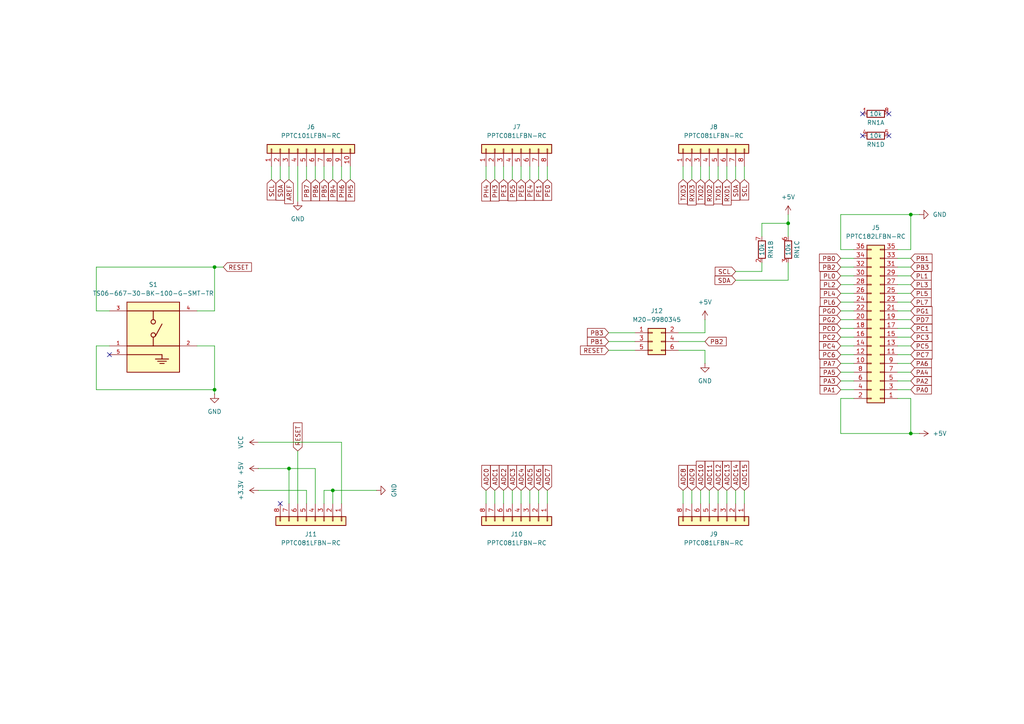
<source format=kicad_sch>
(kicad_sch (version 20231120) (generator "eeschema") (generator_version "8.0")
  (paper "A4")
  (title_block (title "Arduino Mega 2560 Headers") (date "2024-05-31") (rev "1") (company "Carlos Sabogal"))
  (lib_symbols
    (symbol "Arduino Mega 2560:TS06-667-30-BK-100-G-SMT-TR" (pin_names (offset 1.016))
      (property "Reference" "S" (at 0 21.082 0))
      (property "Value" "TS06-667-30-BK-100-G-SMT-TR" (at 0 -0.762 0))
      (symbol "TS06-667-30-BK-100-G-SMT-TR_0_0"
        (polyline (pts (xy 0 5.08) (xy 10.16 5.08)) (stroke (width 0.254)))
        (polyline (pts (xy 7.62 7.62) (xy 0 7.62)) (stroke (width 0.254)))
        (polyline (pts (xy 7.62 7.62) (xy 15.24 7.62)) (stroke (width 0.254)))
        (polyline (pts (xy 7.62 10.16) (xy 7.62 7.62)) (stroke (width 0.254)))
        (polyline (pts (xy 7.62 17.78) (xy 0 17.78)) (stroke (width 0.254)))
        (polyline (pts (xy 7.62 17.78) (xy 7.62 15.24)) (stroke (width 0.254)))
        (polyline (pts (xy 7.62 17.78) (xy 15.24 17.78)) (stroke (width 0.254)))
        (polyline (pts (xy 8.255 3.81) (xy 10.16 3.81)) (stroke (width 0.254)))
        (polyline (pts (xy 8.255 10.4775) (xy 10.16 13.97)) (stroke (width 0.254)))
        (polyline (pts (xy 8.89 3.175) (xy 11.43 3.175)) (stroke (width 0.254)))
        (polyline (pts (xy 9.525 2.54) (xy 10.795 2.54)) (stroke (width 0.254)))
        (polyline (pts (xy 10.16 3.81) (xy 12.065 3.81)) (stroke (width 0.254)))
        (polyline (pts (xy 10.16 5.08) (xy 10.16 3.81)) (stroke (width 0.254)))
        (rectangle (start 0 20.32) (end 15.24 0) (stroke (width 0.254)) (fill (type background)))
        (circle (center 7.62 10.795) (radius 0.635) (stroke (width 0.254)))
        (circle (center 7.62 14.605) (radius 0.635) (stroke (width 0.254)))
        (pin passive line (at -5.08 7.62 0) (length 5.08) (name "~") (number "1"))
        (pin passive line (at 20.32 7.62 180) (length 5.08) (name "~") (number "2"))
        (pin passive line (at -5.08 17.78 0) (length 5.08) (name "~") (number "3"))
        (pin passive line (at 20.32 17.78 180) (length 5.08) (name "~") (number "4"))
        (pin passive line (at -5.08 5.08 0) (length 5.08) (name "~") (number "5"))
      )
    )
    (symbol "Connector_Generic:Conn_01x08" (pin_names (offset 1.016) hide)
      (property "Reference" "J" (at 0 10.16 0))
      (property "Value" "Conn_01x08" (at 0 -12.7 0))
      (symbol "Conn_01x08_1_1"
        (rectangle (start -1.27 -10.033) (end 0 -10.287) (stroke (width 0.1524)))
        (rectangle (start -1.27 -7.493) (end 0 -7.747) (stroke (width 0.1524)))
        (rectangle (start -1.27 -4.953) (end 0 -5.207) (stroke (width 0.1524)))
        (rectangle (start -1.27 -2.413) (end 0 -2.667) (stroke (width 0.1524)))
        (rectangle (start -1.27 0.127) (end 0 -0.127) (stroke (width 0.1524)))
        (rectangle (start -1.27 2.667) (end 0 2.413) (stroke (width 0.1524)))
        (rectangle (start -1.27 5.207) (end 0 4.953) (stroke (width 0.1524)))
        (rectangle (start -1.27 7.747) (end 0 7.493) (stroke (width 0.1524)))
        (rectangle (start -1.27 8.89) (end 1.27 -11.43) (stroke (width 0.254)) (fill (type background)))
        (pin passive line (at -5.08 7.62 0) (length 3.81) (name "Pin_1") (number "1"))
        (pin passive line (at -5.08 5.08 0) (length 3.81) (name "Pin_2") (number "2"))
        (pin passive line (at -5.08 2.54 0) (length 3.81) (name "Pin_3") (number "3"))
        (pin passive line (at -5.08 0 0) (length 3.81) (name "Pin_4") (number "4"))
        (pin passive line (at -5.08 -2.54 0) (length 3.81) (name "Pin_5") (number "5"))
        (pin passive line (at -5.08 -5.08 0) (length 3.81) (name "Pin_6") (number "6"))
        (pin passive line (at -5.08 -7.62 0) (length 3.81) (name "Pin_7") (number "7"))
        (pin passive line (at -5.08 -10.16 0) (length 3.81) (name "Pin_8") (number "8"))
      )
    )
    (symbol "Connector_Generic:Conn_01x10" (pin_names (offset 1.016) hide)
      (property "Reference" "J" (at 0 12.7 0))
      (property "Value" "Conn_01x10" (at 0 -15.24 0))
      (symbol "Conn_01x10_1_1"
        (rectangle (start -1.27 -12.573) (end 0 -12.827) (stroke (width 0.1524)))
        (rectangle (start -1.27 -10.033) (end 0 -10.287) (stroke (width 0.1524)))
        (rectangle (start -1.27 -7.493) (end 0 -7.747) (stroke (width 0.1524)))
        (rectangle (start -1.27 -4.953) (end 0 -5.207) (stroke (width 0.1524)))
        (rectangle (start -1.27 -2.413) (end 0 -2.667) (stroke (width 0.1524)))
        (rectangle (start -1.27 0.127) (end 0 -0.127) (stroke (width 0.1524)))
        (rectangle (start -1.27 2.667) (end 0 2.413) (stroke (width 0.1524)))
        (rectangle (start -1.27 5.207) (end 0 4.953) (stroke (width 0.1524)))
        (rectangle (start -1.27 7.747) (end 0 7.493) (stroke (width 0.1524)))
        (rectangle (start -1.27 10.287) (end 0 10.033) (stroke (width 0.1524)))
        (rectangle (start -1.27 11.43) (end 1.27 -13.97) (stroke (width 0.254)) (fill (type background)))
        (pin passive line (at -5.08 10.16 0) (length 3.81) (name "Pin_1") (number "1"))
        (pin passive line (at -5.08 -12.7 0) (length 3.81) (name "Pin_10") (number "10"))
        (pin passive line (at -5.08 7.62 0) (length 3.81) (name "Pin_2") (number "2"))
        (pin passive line (at -5.08 5.08 0) (length 3.81) (name "Pin_3") (number "3"))
        (pin passive line (at -5.08 2.54 0) (length 3.81) (name "Pin_4") (number "4"))
        (pin passive line (at -5.08 0 0) (length 3.81) (name "Pin_5") (number "5"))
        (pin passive line (at -5.08 -2.54 0) (length 3.81) (name "Pin_6") (number "6"))
        (pin passive line (at -5.08 -5.08 0) (length 3.81) (name "Pin_7") (number "7"))
        (pin passive line (at -5.08 -7.62 0) (length 3.81) (name "Pin_8") (number "8"))
        (pin passive line (at -5.08 -10.16 0) (length 3.81) (name "Pin_9") (number "9"))
      )
    )
    (symbol "Connector_Generic:Conn_02x03_Odd_Even" (pin_names (offset 1.016) hide)
      (property "Reference" "J" (at 1.27 5.08 0))
      (property "Value" "Conn_02x03_Odd_Even" (at 1.27 -5.08 0))
      (symbol "Conn_02x03_Odd_Even_1_1"
        (rectangle (start -1.27 -2.413) (end 0 -2.667) (stroke (width 0.1524)))
        (rectangle (start -1.27 0.127) (end 0 -0.127) (stroke (width 0.1524)))
        (rectangle (start -1.27 2.667) (end 0 2.413) (stroke (width 0.1524)))
        (rectangle (start -1.27 3.81) (end 3.81 -3.81) (stroke (width 0.254)) (fill (type background)))
        (rectangle (start 3.81 -2.413) (end 2.54 -2.667) (stroke (width 0.1524)))
        (rectangle (start 3.81 0.127) (end 2.54 -0.127) (stroke (width 0.1524)))
        (rectangle (start 3.81 2.667) (end 2.54 2.413) (stroke (width 0.1524)))
        (pin passive line (at -5.08 2.54 0) (length 3.81) (name "Pin_1") (number "1"))
        (pin passive line (at 7.62 2.54 180) (length 3.81) (name "Pin_2") (number "2"))
        (pin passive line (at -5.08 0 0) (length 3.81) (name "Pin_3") (number "3"))
        (pin passive line (at 7.62 0 180) (length 3.81) (name "Pin_4") (number "4"))
        (pin passive line (at -5.08 -2.54 0) (length 3.81) (name "Pin_5") (number "5"))
        (pin passive line (at 7.62 -2.54 180) (length 3.81) (name "Pin_6") (number "6"))
      )
    )
    (symbol "Connector_Generic:Conn_02x18_Odd_Even" (pin_names (offset 1.016) hide)
      (property "Reference" "J" (at 1.27 22.86 0))
      (property "Value" "Conn_02x18_Odd_Even" (at 1.27 -25.4 0))
      (symbol "Conn_02x18_Odd_Even_1_1"
        (rectangle (start -1.27 -22.733) (end 0 -22.987) (stroke (width 0.1524)))
        (rectangle (start -1.27 -20.193) (end 0 -20.447) (stroke (width 0.1524)))
        (rectangle (start -1.27 -17.653) (end 0 -17.907) (stroke (width 0.1524)))
        (rectangle (start -1.27 -15.113) (end 0 -15.367) (stroke (width 0.1524)))
        (rectangle (start -1.27 -12.573) (end 0 -12.827) (stroke (width 0.1524)))
        (rectangle (start -1.27 -10.033) (end 0 -10.287) (stroke (width 0.1524)))
        (rectangle (start -1.27 -7.493) (end 0 -7.747) (stroke (width 0.1524)))
        (rectangle (start -1.27 -4.953) (end 0 -5.207) (stroke (width 0.1524)))
        (rectangle (start -1.27 -2.413) (end 0 -2.667) (stroke (width 0.1524)))
        (rectangle (start -1.27 0.127) (end 0 -0.127) (stroke (width 0.1524)))
        (rectangle (start -1.27 2.667) (end 0 2.413) (stroke (width 0.1524)))
        (rectangle (start -1.27 5.207) (end 0 4.953) (stroke (width 0.1524)))
        (rectangle (start -1.27 7.747) (end 0 7.493) (stroke (width 0.1524)))
        (rectangle (start -1.27 10.287) (end 0 10.033) (stroke (width 0.1524)))
        (rectangle (start -1.27 12.827) (end 0 12.573) (stroke (width 0.1524)))
        (rectangle (start -1.27 15.367) (end 0 15.113) (stroke (width 0.1524)))
        (rectangle (start -1.27 17.907) (end 0 17.653) (stroke (width 0.1524)))
        (rectangle (start -1.27 20.447) (end 0 20.193) (stroke (width 0.1524)))
        (rectangle (start -1.27 21.59) (end 3.81 -24.13) (stroke (width 0.254)) (fill (type background)))
        (rectangle (start 3.81 -22.733) (end 2.54 -22.987) (stroke (width 0.1524)))
        (rectangle (start 3.81 -20.193) (end 2.54 -20.447) (stroke (width 0.1524)))
        (rectangle (start 3.81 -17.653) (end 2.54 -17.907) (stroke (width 0.1524)))
        (rectangle (start 3.81 -15.113) (end 2.54 -15.367) (stroke (width 0.1524)))
        (rectangle (start 3.81 -12.573) (end 2.54 -12.827) (stroke (width 0.1524)))
        (rectangle (start 3.81 -10.033) (end 2.54 -10.287) (stroke (width 0.1524)))
        (rectangle (start 3.81 -7.493) (end 2.54 -7.747) (stroke (width 0.1524)))
        (rectangle (start 3.81 -4.953) (end 2.54 -5.207) (stroke (width 0.1524)))
        (rectangle (start 3.81 -2.413) (end 2.54 -2.667) (stroke (width 0.1524)))
        (rectangle (start 3.81 0.127) (end 2.54 -0.127) (stroke (width 0.1524)))
        (rectangle (start 3.81 2.667) (end 2.54 2.413) (stroke (width 0.1524)))
        (rectangle (start 3.81 5.207) (end 2.54 4.953) (stroke (width 0.1524)))
        (rectangle (start 3.81 7.747) (end 2.54 7.493) (stroke (width 0.1524)))
        (rectangle (start 3.81 10.287) (end 2.54 10.033) (stroke (width 0.1524)))
        (rectangle (start 3.81 12.827) (end 2.54 12.573) (stroke (width 0.1524)))
        (rectangle (start 3.81 15.367) (end 2.54 15.113) (stroke (width 0.1524)))
        (rectangle (start 3.81 17.907) (end 2.54 17.653) (stroke (width 0.1524)))
        (rectangle (start 3.81 20.447) (end 2.54 20.193) (stroke (width 0.1524)))
        (pin passive line (at -5.08 20.32 0) (length 3.81) (name "Pin_1") (number "1"))
        (pin passive line (at 7.62 10.16 180) (length 3.81) (name "Pin_10") (number "10"))
        (pin passive line (at -5.08 7.62 0) (length 3.81) (name "Pin_11") (number "11"))
        (pin passive line (at 7.62 7.62 180) (length 3.81) (name "Pin_12") (number "12"))
        (pin passive line (at -5.08 5.08 0) (length 3.81) (name "Pin_13") (number "13"))
        (pin passive line (at 7.62 5.08 180) (length 3.81) (name "Pin_14") (number "14"))
        (pin passive line (at -5.08 2.54 0) (length 3.81) (name "Pin_15") (number "15"))
        (pin passive line (at 7.62 2.54 180) (length 3.81) (name "Pin_16") (number "16"))
        (pin passive line (at -5.08 0 0) (length 3.81) (name "Pin_17") (number "17"))
        (pin passive line (at 7.62 0 180) (length 3.81) (name "Pin_18") (number "18"))
        (pin passive line (at -5.08 -2.54 0) (length 3.81) (name "Pin_19") (number "19"))
        (pin passive line (at 7.62 20.32 180) (length 3.81) (name "Pin_2") (number "2"))
        (pin passive line (at 7.62 -2.54 180) (length 3.81) (name "Pin_20") (number "20"))
        (pin passive line (at -5.08 -5.08 0) (length 3.81) (name "Pin_21") (number "21"))
        (pin passive line (at 7.62 -5.08 180) (length 3.81) (name "Pin_22") (number "22"))
        (pin passive line (at -5.08 -7.62 0) (length 3.81) (name "Pin_23") (number "23"))
        (pin passive line (at 7.62 -7.62 180) (length 3.81) (name "Pin_24") (number "24"))
        (pin passive line (at -5.08 -10.16 0) (length 3.81) (name "Pin_25") (number "25"))
        (pin passive line (at 7.62 -10.16 180) (length 3.81) (name "Pin_26") (number "26"))
        (pin passive line (at -5.08 -12.7 0) (length 3.81) (name "Pin_27") (number "27"))
        (pin passive line (at 7.62 -12.7 180) (length 3.81) (name "Pin_28") (number "28"))
        (pin passive line (at -5.08 -15.24 0) (length 3.81) (name "Pin_29") (number "29"))
        (pin passive line (at -5.08 17.78 0) (length 3.81) (name "Pin_3") (number "3"))
        (pin passive line (at 7.62 -15.24 180) (length 3.81) (name "Pin_30") (number "30"))
        (pin passive line (at -5.08 -17.78 0) (length 3.81) (name "Pin_31") (number "31"))
        (pin passive line (at 7.62 -17.78 180) (length 3.81) (name "Pin_32") (number "32"))
        (pin passive line (at -5.08 -20.32 0) (length 3.81) (name "Pin_33") (number "33"))
        (pin passive line (at 7.62 -20.32 180) (length 3.81) (name "Pin_34") (number "34"))
        (pin passive line (at -5.08 -22.86 0) (length 3.81) (name "Pin_35") (number "35"))
        (pin passive line (at 7.62 -22.86 180) (length 3.81) (name "Pin_36") (number "36"))
        (pin passive line (at 7.62 17.78 180) (length 3.81) (name "Pin_4") (number "4"))
        (pin passive line (at -5.08 15.24 0) (length 3.81) (name "Pin_5") (number "5"))
        (pin passive line (at 7.62 15.24 180) (length 3.81) (name "Pin_6") (number "6"))
        (pin passive line (at -5.08 12.7 0) (length 3.81) (name "Pin_7") (number "7"))
        (pin passive line (at 7.62 12.7 180) (length 3.81) (name "Pin_8") (number "8"))
        (pin passive line (at -5.08 10.16 0) (length 3.81) (name "Pin_9") (number "9"))
      )
    )
    (symbol "Device:R_Pack04_Split" (pin_names (offset 0) hide)
      (property "Reference" "RN" (at 2.032 0 90))
      (property "Value" "R_Pack04_Split" (at 0 0 90))
      (symbol "R_Pack04_Split_0_1"
        (rectangle (start 1.016 2.54) (end -1.016 -2.54) (stroke (width 0.254)))
      )
      (symbol "R_Pack04_Split_1_1"
        (pin passive line (at 0 -3.81 90) (length 1.27) (name "R1.1") (number "1"))
        (pin passive line (at 0 3.81 270) (length 1.27) (name "R1.2") (number "8"))
      )
      (symbol "R_Pack04_Split_2_1"
        (pin passive line (at 0 -3.81 90) (length 1.27) (name "R2.1") (number "2"))
        (pin passive line (at 0 3.81 270) (length 1.27) (name "R2.2") (number "7"))
      )
      (symbol "R_Pack04_Split_3_1"
        (pin passive line (at 0 -3.81 90) (length 1.27) (name "R3.1") (number "3"))
        (pin passive line (at 0 3.81 270) (length 1.27) (name "R3.2") (number "6"))
      )
      (symbol "R_Pack04_Split_4_1"
        (pin passive line (at 0 -3.81 90) (length 1.27) (name "R4.1") (number "4"))
        (pin passive line (at 0 3.81 270) (length 1.27) (name "R4.2") (number "5"))
      )
    )
    (symbol "power:+3.3V" (power) (pin_numbers hide) (pin_names (offset 0) hide)
      (property "Value" "+3.3V" (at 0 3.556 0))
      (symbol "+3.3V_0_1"
        (polyline (pts (xy -0.762 1.27) (xy 0 2.54)))
        (polyline (pts (xy 0 0) (xy 0 2.54)))
        (polyline (pts (xy 0 2.54) (xy 0.762 1.27)))
      )
      (symbol "+3.3V_1_1"
        (pin power_in line (at 0 0 90) (length 0) (name "~") (number "1"))
      )
    )
    (symbol "power:+5V" (power) (pin_numbers hide) (pin_names (offset 0) hide)
      (property "Value" "+5V" (at 0 3.556 0))
      (symbol "+5V_0_1"
        (polyline (pts (xy -0.762 1.27) (xy 0 2.54)))
        (polyline (pts (xy 0 0) (xy 0 2.54)))
        (polyline (pts (xy 0 2.54) (xy 0.762 1.27)))
      )
      (symbol "+5V_1_1"
        (pin power_in line (at 0 0 90) (length 0) (name "~") (number "1"))
      )
    )
    (symbol "power:GND" (power) (pin_numbers hide) (pin_names (offset 0) hide)
      (property "Value" "GND" (at 0 -3.81 0))
      (symbol "GND_0_1"
        (polyline (pts (xy 0 0) (xy 0 -1.27) (xy 1.27 -1.27) (xy 0 -2.54) (xy -1.27 -1.27) (xy 0 -1.27)))
      )
      (symbol "GND_1_1"
        (pin power_in line (at 0 0 270) (length 0) (name "~") (number "1"))
      )
    )
    (symbol "power:VCC" (power) (pin_numbers hide) (pin_names (offset 0) hide)
      (property "Value" "VCC" (at 0 3.556 0))
      (symbol "VCC_0_1"
        (polyline (pts (xy -0.762 1.27) (xy 0 2.54)))
        (polyline (pts (xy 0 0) (xy 0 2.54)))
        (polyline (pts (xy 0 2.54) (xy 0.762 1.27)))
      )
      (symbol "VCC_1_1"
        (pin power_in line (at 0 0 90) (length 0) (name "~") (number "1"))
      )
    )
  )
  (junction (at 228.6 64.77))
  (junction (at 83.82 135.89))
  (junction (at 96.52 142.24))
  (junction (at 62.23 113.03))
  (junction (at 264.16 62.23))
  (junction (at 62.23 77.47))
  (junction (at 264.16 125.73))
  (no_connect (at 257.81 39.37))
  (no_connect (at 250.19 33.02))
  (no_connect (at 250.19 39.37))
  (no_connect (at 31.75 102.87))
  (no_connect (at 257.81 33.02))
  (no_connect (at 81.28 146.05))
  (wire (pts (xy 27.94 113.03) (xy 27.94 100.33)))
  (wire (pts (xy 198.12 48.26) (xy 198.12 52.07)))
  (wire (pts (xy 57.15 100.33) (xy 62.23 100.33)))
  (wire (pts (xy 264.16 62.23) (xy 243.84 62.23)))
  (wire (pts (xy 156.21 142.24) (xy 156.21 146.05)))
  (wire (pts (xy 62.23 90.17) (xy 57.15 90.17)))
  (wire (pts (xy 27.94 77.47) (xy 62.23 77.47)))
  (wire (pts (xy 264.16 105.41) (xy 260.35 105.41)))
  (wire (pts (xy 83.82 48.26) (xy 83.82 52.07)))
  (wire (pts (xy 140.97 48.26) (xy 140.97 52.07)))
  (wire (pts (xy 143.51 52.07) (xy 143.51 48.26)))
  (wire (pts (xy 74.93 135.89) (xy 83.82 135.89)))
  (wire (pts (xy 99.06 128.27) (xy 99.06 146.05)))
  (wire (pts (xy 205.74 48.26) (xy 205.74 52.07)))
  (wire (pts (xy 247.65 90.17) (xy 243.84 90.17)))
  (wire (pts (xy 158.75 146.05) (xy 158.75 142.24)))
  (wire (pts (xy 27.94 90.17) (xy 31.75 90.17)))
  (wire (pts (xy 62.23 113.03) (xy 27.94 113.03)))
  (wire (pts (xy 148.59 142.24) (xy 148.59 146.05)))
  (wire (pts (xy 208.28 52.07) (xy 208.28 48.26)))
  (wire (pts (xy 247.65 85.09) (xy 243.84 85.09)))
  (wire (pts (xy 91.44 52.07) (xy 91.44 48.26)))
  (wire (pts (xy 91.44 146.05) (xy 91.44 135.89)))
  (wire (pts (xy 260.35 85.09) (xy 264.16 85.09)))
  (wire (pts (xy 247.65 95.25) (xy 243.84 95.25)))
  (wire (pts (xy 176.53 99.06) (xy 184.15 99.06)))
  (wire (pts (xy 264.16 125.73) (xy 266.7 125.73)))
  (wire (pts (xy 83.82 135.89) (xy 83.82 146.05)))
  (wire (pts (xy 213.36 52.07) (xy 213.36 48.26)))
  (wire (pts (xy 204.47 105.41) (xy 204.47 101.6)))
  (wire (pts (xy 260.35 77.47) (xy 264.16 77.47)))
  (wire (pts (xy 148.59 48.26) (xy 148.59 52.07)))
  (wire (pts (xy 264.16 92.71) (xy 260.35 92.71)))
  (wire (pts (xy 247.65 107.95) (xy 243.84 107.95)))
  (wire (pts (xy 247.65 102.87) (xy 243.84 102.87)))
  (wire (pts (xy 260.35 107.95) (xy 264.16 107.95)))
  (wire (pts (xy 62.23 114.3) (xy 62.23 113.03)))
  (wire (pts (xy 200.66 52.07) (xy 200.66 48.26)))
  (wire (pts (xy 220.98 68.58) (xy 220.98 64.77)))
  (wire (pts (xy 86.36 58.42) (xy 86.36 48.26)))
  (wire (pts (xy 151.13 146.05) (xy 151.13 142.24)))
  (wire (pts (xy 88.9 48.26) (xy 88.9 52.07)))
  (wire (pts (xy 228.6 64.77) (xy 228.6 68.58)))
  (wire (pts (xy 260.35 97.79) (xy 264.16 97.79)))
  (wire (pts (xy 260.35 102.87) (xy 264.16 102.87)))
  (wire (pts (xy 88.9 142.24) (xy 88.9 146.05)))
  (wire (pts (xy 198.12 146.05) (xy 198.12 142.24)))
  (wire (pts (xy 260.35 90.17) (xy 264.16 90.17)))
  (wire (pts (xy 264.16 82.55) (xy 260.35 82.55)))
  (wire (pts (xy 153.67 146.05) (xy 153.67 142.24)))
  (wire (pts (xy 74.93 142.24) (xy 88.9 142.24)))
  (wire (pts (xy 264.16 110.49) (xy 260.35 110.49)))
  (wire (pts (xy 156.21 52.07) (xy 156.21 48.26)))
  (wire (pts (xy 264.16 74.93) (xy 260.35 74.93)))
  (wire (pts (xy 247.65 77.47) (xy 243.84 77.47)))
  (wire (pts (xy 228.6 62.23) (xy 228.6 64.77)))
  (wire (pts (xy 264.16 87.63) (xy 260.35 87.63)))
  (wire (pts (xy 99.06 52.07) (xy 99.06 48.26)))
  (wire (pts (xy 203.2 146.05) (xy 203.2 142.24)))
  (wire (pts (xy 27.94 100.33) (xy 31.75 100.33)))
  (wire (pts (xy 62.23 77.47) (xy 62.23 90.17)))
  (wire (pts (xy 86.36 130.81) (xy 86.36 146.05)))
  (wire (pts (xy 264.16 62.23) (xy 266.7 62.23)))
  (wire (pts (xy 176.53 96.52) (xy 184.15 96.52)))
  (wire (pts (xy 264.16 72.39) (xy 260.35 72.39)))
  (wire (pts (xy 213.36 142.24) (xy 213.36 146.05)))
  (wire (pts (xy 247.65 72.39) (xy 243.84 72.39)))
  (wire (pts (xy 96.52 142.24) (xy 96.52 146.05)))
  (wire (pts (xy 203.2 48.26) (xy 203.2 52.07)))
  (wire (pts (xy 243.84 92.71) (xy 247.65 92.71)))
  (wire (pts (xy 243.84 82.55) (xy 247.65 82.55)))
  (wire (pts (xy 213.36 81.28) (xy 228.6 81.28)))
  (wire (pts (xy 151.13 52.07) (xy 151.13 48.26)))
  (wire (pts (xy 260.35 95.25) (xy 264.16 95.25)))
  (wire (pts (xy 264.16 72.39) (xy 264.16 62.23)))
  (wire (pts (xy 78.74 48.26) (xy 78.74 52.07)))
  (wire (pts (xy 81.28 52.07) (xy 81.28 48.26)))
  (wire (pts (xy 210.82 48.26) (xy 210.82 52.07)))
  (wire (pts (xy 140.97 146.05) (xy 140.97 142.24)))
  (wire (pts (xy 264.16 115.57) (xy 264.16 125.73)))
  (wire (pts (xy 215.9 146.05) (xy 215.9 142.24)))
  (wire (pts (xy 215.9 48.26) (xy 215.9 52.07)))
  (wire (pts (xy 204.47 96.52) (xy 204.47 92.71)))
  (wire (pts (xy 247.65 97.79) (xy 243.84 97.79)))
  (wire (pts (xy 205.74 142.24) (xy 205.74 146.05)))
  (wire (pts (xy 208.28 146.05) (xy 208.28 142.24)))
  (wire (pts (xy 247.65 80.01) (xy 243.84 80.01)))
  (wire (pts (xy 220.98 76.2) (xy 220.98 78.74)))
  (wire (pts (xy 143.51 142.24) (xy 143.51 146.05)))
  (wire (pts (xy 243.84 125.73) (xy 243.84 115.57)))
  (wire (pts (xy 264.16 100.33) (xy 260.35 100.33)))
  (wire (pts (xy 204.47 101.6) (xy 196.85 101.6)))
  (wire (pts (xy 96.52 48.26) (xy 96.52 52.07)))
  (wire (pts (xy 91.44 135.89) (xy 83.82 135.89)))
  (wire (pts (xy 260.35 80.01) (xy 264.16 80.01)))
  (wire (pts (xy 228.6 76.2) (xy 228.6 81.28)))
  (wire (pts (xy 243.84 62.23) (xy 243.84 72.39)))
  (wire (pts (xy 96.52 142.24) (xy 93.98 142.24)))
  (wire (pts (xy 243.84 87.63) (xy 247.65 87.63)))
  (wire (pts (xy 146.05 146.05) (xy 146.05 142.24)))
  (wire (pts (xy 146.05 48.26) (xy 146.05 52.07)))
  (wire (pts (xy 101.6 48.26) (xy 101.6 52.07)))
  (wire (pts (xy 260.35 113.03) (xy 264.16 113.03)))
  (wire (pts (xy 243.84 100.33) (xy 247.65 100.33)))
  (wire (pts (xy 200.66 142.24) (xy 200.66 146.05)))
  (wire (pts (xy 264.16 115.57) (xy 260.35 115.57)))
  (wire (pts (xy 210.82 146.05) (xy 210.82 142.24)))
  (wire (pts (xy 204.47 99.06) (xy 196.85 99.06)))
  (wire (pts (xy 93.98 142.24) (xy 93.98 146.05)))
  (wire (pts (xy 158.75 48.26) (xy 158.75 52.07)))
  (wire (pts (xy 62.23 100.33) (xy 62.23 113.03)))
  (wire (pts (xy 62.23 77.47) (xy 64.77 77.47)))
  (wire (pts (xy 27.94 77.47) (xy 27.94 90.17)))
  (wire (pts (xy 220.98 78.74) (xy 213.36 78.74)))
  (wire (pts (xy 243.84 74.93) (xy 247.65 74.93)))
  (wire (pts (xy 264.16 125.73) (xy 243.84 125.73)))
  (wire (pts (xy 93.98 48.26) (xy 93.98 52.07)))
  (wire (pts (xy 220.98 64.77) (xy 228.6 64.77)))
  (wire (pts (xy 247.65 115.57) (xy 243.84 115.57)))
  (wire (pts (xy 204.47 96.52) (xy 196.85 96.52)))
  (wire (pts (xy 247.65 113.03) (xy 243.84 113.03)))
  (wire (pts (xy 74.93 128.27) (xy 99.06 128.27)))
  (wire (pts (xy 176.53 101.6) (xy 184.15 101.6)))
  (wire (pts (xy 153.67 48.26) (xy 153.67 52.07)))
  (wire (pts (xy 109.22 142.24) (xy 96.52 142.24)))
  (wire (pts (xy 243.84 105.41) (xy 247.65 105.41)))
  (wire (pts (xy 243.84 110.49) (xy 247.65 110.49)))
  (global_label "PB6" (shape input) (at 91.44 52.07 270) (property "Intersheetrefs" "${INTERSHEET_REFS}" (effects (hide yes))))
  (global_label "ADC11" (shape input) (at 205.74 142.24 90) (property "Intersheetrefs" "${INTERSHEET_REFS}" (effects (hide yes))))
  (global_label "PL7" (shape input) (at 264.16 87.63 0) (property "Intersheetrefs" "${INTERSHEET_REFS}" (effects (hide yes))))
  (global_label "PA0" (shape input) (at 264.16 113.03 0) (property "Intersheetrefs" "${INTERSHEET_REFS}" (effects (hide yes))))
  (global_label "ADC0" (shape input) (at 140.97 142.24 90) (property "Intersheetrefs" "${INTERSHEET_REFS}" (effects (hide yes))))
  (global_label "ADC10" (shape input) (at 203.2 142.24 90) (property "Intersheetrefs" "${INTERSHEET_REFS}" (effects (hide yes))))
  (global_label "PA2" (shape input) (at 264.16 110.49 0) (property "Intersheetrefs" "${INTERSHEET_REFS}" (effects (hide yes))))
  (global_label "PC7" (shape input) (at 264.16 102.87 0) (property "Intersheetrefs" "${INTERSHEET_REFS}" (effects (hide yes))))
  (global_label "PB1" (shape input) (at 176.53 99.06 180) (property "Intersheetrefs" "${INTERSHEET_REFS}" (effects (hide yes))))
  (global_label "ADC8" (shape input) (at 198.12 142.24 90) (property "Intersheetrefs" "${INTERSHEET_REFS}" (effects (hide yes))))
  (global_label "RXD3" (shape input) (at 200.66 52.07 270) (property "Intersheetrefs" "${INTERSHEET_REFS}" (effects (hide yes))))
  (global_label "PH4" (shape input) (at 140.97 52.07 270) (property "Intersheetrefs" "${INTERSHEET_REFS}" (effects (hide yes))))
  (global_label "PC5" (shape input) (at 264.16 100.33 0) (property "Intersheetrefs" "${INTERSHEET_REFS}" (effects (hide yes))))
  (global_label "RXD2" (shape input) (at 205.74 52.07 270) (property "Intersheetrefs" "${INTERSHEET_REFS}" (effects (hide yes))))
  (global_label "PL3" (shape input) (at 264.16 82.55 0) (property "Intersheetrefs" "${INTERSHEET_REFS}" (effects (hide yes))))
  (global_label "SDA" (shape input) (at 213.36 52.07 270) (property "Intersheetrefs" "${INTERSHEET_REFS}" (effects (hide yes))))
  (global_label "TXD2" (shape input) (at 203.2 52.07 270) (property "Intersheetrefs" "${INTERSHEET_REFS}" (effects (hide yes))))
  (global_label "ADC14" (shape input) (at 213.36 142.24 90) (property "Intersheetrefs" "${INTERSHEET_REFS}" (effects (hide yes))))
  (global_label "PA3" (shape input) (at 243.84 110.49 180) (property "Intersheetrefs" "${INTERSHEET_REFS}" (effects (hide yes))))
  (global_label "PH5" (shape input) (at 101.6 52.07 270) (property "Intersheetrefs" "${INTERSHEET_REFS}" (effects (hide yes))))
  (global_label "PA4" (shape input) (at 264.16 107.95 0) (property "Intersheetrefs" "${INTERSHEET_REFS}" (effects (hide yes))))
  (global_label "ADC1" (shape input) (at 143.51 142.24 90) (property "Intersheetrefs" "${INTERSHEET_REFS}" (effects (hide yes))))
  (global_label "PL0" (shape input) (at 243.84 80.01 180) (property "Intersheetrefs" "${INTERSHEET_REFS}" (effects (hide yes))))
  (global_label "PG2" (shape input) (at 243.84 92.71 180) (property "Intersheetrefs" "${INTERSHEET_REFS}" (effects (hide yes))))
  (global_label "SCL" (shape input) (at 78.74 52.07 270) (property "Intersheetrefs" "${INTERSHEET_REFS}" (effects (hide yes))))
  (global_label "ADC12" (shape input) (at 208.28 142.24 90) (property "Intersheetrefs" "${INTERSHEET_REFS}" (effects (hide yes))))
  (global_label "ADC7" (shape input) (at 158.75 142.24 90) (property "Intersheetrefs" "${INTERSHEET_REFS}" (effects (hide yes))))
  (global_label "PB0" (shape input) (at 243.84 74.93 180) (property "Intersheetrefs" "${INTERSHEET_REFS}" (effects (hide yes))))
  (global_label "ADC2" (shape input) (at 146.05 142.24 90) (property "Intersheetrefs" "${INTERSHEET_REFS}" (effects (hide yes))))
  (global_label "PA6" (shape input) (at 264.16 105.41 0) (property "Intersheetrefs" "${INTERSHEET_REFS}" (effects (hide yes))))
  (global_label "SDA" (shape input) (at 81.28 52.07 270) (property "Intersheetrefs" "${INTERSHEET_REFS}" (effects (hide yes))))
  (global_label "ADC9" (shape input) (at 200.66 142.24 90) (property "Intersheetrefs" "${INTERSHEET_REFS}" (effects (hide yes))))
  (global_label "PC3" (shape input) (at 264.16 97.79 0) (property "Intersheetrefs" "${INTERSHEET_REFS}" (effects (hide yes))))
  (global_label "PB2" (shape input) (at 204.47 99.06 0) (property "Intersheetrefs" "${INTERSHEET_REFS}" (effects (hide yes))))
  (global_label "TXD1" (shape input) (at 208.28 52.07 270) (property "Intersheetrefs" "${INTERSHEET_REFS}" (effects (hide yes))))
  (global_label "PC6" (shape input) (at 243.84 102.87 180) (property "Intersheetrefs" "${INTERSHEET_REFS}" (effects (hide yes))))
  (global_label "PL2" (shape input) (at 243.84 82.55 180) (property "Intersheetrefs" "${INTERSHEET_REFS}" (effects (hide yes))))
  (global_label "PE3" (shape input) (at 146.05 52.07 270) (property "Intersheetrefs" "${INTERSHEET_REFS}" (effects (hide yes))))
  (global_label "PB5" (shape input) (at 93.98 52.07 270) (property "Intersheetrefs" "${INTERSHEET_REFS}" (effects (hide yes))))
  (global_label "TXD3" (shape input) (at 198.12 52.07 270) (property "Intersheetrefs" "${INTERSHEET_REFS}" (effects (hide yes))))
  (global_label "SCL" (shape input) (at 213.36 78.74 180) (property "Intersheetrefs" "${INTERSHEET_REFS}" (effects (hide yes))))
  (global_label "PB3" (shape input) (at 264.16 77.47 0) (property "Intersheetrefs" "${INTERSHEET_REFS}" (effects (hide yes))))
  (global_label "PA5" (shape input) (at 243.84 107.95 180) (property "Intersheetrefs" "${INTERSHEET_REFS}" (effects (hide yes))))
  (global_label "PH6" (shape input) (at 99.06 52.07 270) (property "Intersheetrefs" "${INTERSHEET_REFS}" (effects (hide yes))))
  (global_label "PC2" (shape input) (at 243.84 97.79 180) (property "Intersheetrefs" "${INTERSHEET_REFS}" (effects (hide yes))))
  (global_label "SDA" (shape input) (at 213.36 81.28 180) (property "Intersheetrefs" "${INTERSHEET_REFS}" (effects (hide yes))))
  (global_label "PL4" (shape input) (at 243.84 85.09 180) (property "Intersheetrefs" "${INTERSHEET_REFS}" (effects (hide yes))))
  (global_label "PL1" (shape input) (at 264.16 80.01 0) (property "Intersheetrefs" "${INTERSHEET_REFS}" (effects (hide yes))))
  (global_label "PC1" (shape input) (at 264.16 95.25 0) (property "Intersheetrefs" "${INTERSHEET_REFS}" (effects (hide yes))))
  (global_label "PE1" (shape input) (at 156.21 52.07 270) (property "Intersheetrefs" "${INTERSHEET_REFS}" (effects (hide yes))))
  (global_label "PG0" (shape input) (at 243.84 90.17 180) (property "Intersheetrefs" "${INTERSHEET_REFS}" (effects (hide yes))))
  (global_label "PL6" (shape input) (at 243.84 87.63 180) (property "Intersheetrefs" "${INTERSHEET_REFS}" (effects (hide yes))))
  (global_label "PB4" (shape input) (at 96.52 52.07 270) (property "Intersheetrefs" "${INTERSHEET_REFS}" (effects (hide yes))))
  (global_label "PA1" (shape input) (at 243.84 113.03 180) (property "Intersheetrefs" "${INTERSHEET_REFS}" (effects (hide yes))))
  (global_label "PC4" (shape input) (at 243.84 100.33 180) (property "Intersheetrefs" "${INTERSHEET_REFS}" (effects (hide yes))))
  (global_label "PG1" (shape input) (at 264.16 90.17 0) (property "Intersheetrefs" "${INTERSHEET_REFS}" (effects (hide yes))))
  (global_label "PH3" (shape input) (at 143.51 52.07 270) (property "Intersheetrefs" "${INTERSHEET_REFS}" (effects (hide yes))))
  (global_label "PB3" (shape input) (at 176.53 96.52 180) (property "Intersheetrefs" "${INTERSHEET_REFS}" (effects (hide yes))))
  (global_label "PG5" (shape input) (at 148.59 52.07 270) (property "Intersheetrefs" "${INTERSHEET_REFS}" (effects (hide yes))))
  (global_label "PL5" (shape input) (at 264.16 85.09 0) (property "Intersheetrefs" "${INTERSHEET_REFS}" (effects (hide yes))))
  (global_label "PB2" (shape input) (at 243.84 77.47 180) (property "Intersheetrefs" "${INTERSHEET_REFS}" (effects (hide yes))))
  (global_label "ADC13" (shape input) (at 210.82 142.24 90) (property "Intersheetrefs" "${INTERSHEET_REFS}" (effects (hide yes))))
  (global_label "PE4" (shape input) (at 153.67 52.07 270) (property "Intersheetrefs" "${INTERSHEET_REFS}" (effects (hide yes))))
  (global_label "ADC3" (shape input) (at 148.59 142.24 90) (property "Intersheetrefs" "${INTERSHEET_REFS}" (effects (hide yes))))
  (global_label "RESET" (shape input) (at 64.77 77.47 0) (property "Intersheetrefs" "${INTERSHEET_REFS}" (effects (hide yes))))
  (global_label "RESET" (shape input) (at 176.53 101.6 180) (property "Intersheetrefs" "${INTERSHEET_REFS}" (effects (hide yes))))
  (global_label "RESET" (shape input) (at 86.36 130.81 90) (property "Intersheetrefs" "${INTERSHEET_REFS}" (effects (hide yes))))
  (global_label "RXD1" (shape input) (at 210.82 52.07 270) (property "Intersheetrefs" "${INTERSHEET_REFS}" (effects (hide yes))))
  (global_label "PE0" (shape input) (at 158.75 52.07 270) (property "Intersheetrefs" "${INTERSHEET_REFS}" (effects (hide yes))))
  (global_label "PD7" (shape input) (at 264.16 92.71 0) (property "Intersheetrefs" "${INTERSHEET_REFS}" (effects (hide yes))))
  (global_label "PB1" (shape input) (at 264.16 74.93 0) (property "Intersheetrefs" "${INTERSHEET_REFS}" (effects (hide yes))))
  (global_label "PA7" (shape input) (at 243.84 105.41 180) (property "Intersheetrefs" "${INTERSHEET_REFS}" (effects (hide yes))))
  (global_label "PE5" (shape input) (at 151.13 52.07 270) (property "Intersheetrefs" "${INTERSHEET_REFS}" (effects (hide yes))))
  (global_label "ADC4" (shape input) (at 151.13 142.24 90) (property "Intersheetrefs" "${INTERSHEET_REFS}" (effects (hide yes))))
  (global_label "ADC15" (shape input) (at 215.9 142.24 90) (property "Intersheetrefs" "${INTERSHEET_REFS}" (effects (hide yes))))
  (global_label "PC0" (shape input) (at 243.84 95.25 180) (property "Intersheetrefs" "${INTERSHEET_REFS}" (effects (hide yes))))
  (global_label "PB7" (shape input) (at 88.9 52.07 270) (property "Intersheetrefs" "${INTERSHEET_REFS}" (effects (hide yes))))
  (global_label "ADC5" (shape input) (at 153.67 142.24 90) (property "Intersheetrefs" "${INTERSHEET_REFS}" (effects (hide yes))))
  (global_label "AREF" (shape input) (at 83.82 52.07 270) (property "Intersheetrefs" "${INTERSHEET_REFS}" (effects (hide yes))))
  (global_label "SCL" (shape input) (at 215.9 52.07 270) (property "Intersheetrefs" "${INTERSHEET_REFS}" (effects (hide yes))))
  (global_label "ADC6" (shape input) (at 156.21 142.24 90) (property "Intersheetrefs" "${INTERSHEET_REFS}" (effects (hide yes))))
  (symbol (lib_id "Device:R_Pack04_Split") (at 228.6 72.39 0) (unit 3)
    (property "Reference" "RN1" (at 231.14 72.39 90))
    (property "Value" "10k" (at 228.6 72.39 90))
    (property "Footprint" "Resistor_SMD:R_Array_Convex_4x0612" (effects (hide yes)))
    (property "Description" "4 resistor network, parallel topology, split" (effects (hide yes)))
  )
  (symbol (lib_id "Connector_Generic:Conn_01x08") (at 91.44 151.13 270) (unit 1)
    (property "Reference" "J11" (at 90.17 154.94 90))
    (property "Value" "PPTC081LFBN-RC" (at 90.17 157.48 90))
    (property "Footprint" "Connector_PinSocket_2.54mm:PinSocket_1x08_P2.54mm_Vertical" (effects (hide yes)))
    (property "Description" "Generic connector, single row, 01x08, script generated (kicad-library-utils/schlib/autogen/connector/)" (effects (hide yes)))
  )
  (symbol (lib_id "power:+5V") (at 204.47 92.71 0) (unit 1)
    (property "Reference" "#PWR029" (effects (hide yes)))
    (property "Value" "+5V" (at 204.47 87.63 0))
    (property "Description" "Power symbol creates a global label with name \"+5V\"" (effects (hide yes)))
  )
  (symbol (lib_id "Arduino Mega 2560:TS06-667-30-BK-100-G-SMT-TR") (at 36.83 107.95 0) (unit 1)
    (property "Reference" "S1" (at 44.45 82.55 0))
    (property "Value" "TS06-667-30-BK-100-G-SMT-TR" (at 44.45 85.09 0))
    (property "Footprint" "Arduino Mega 2560:SW_TS06-667-30-BK-100-G-SMT-TR" (effects (hide yes)))
    (property "PARTREV" "1.0" (effects (hide yes)))
    (property "MANUFACTURER" "Cui Devices" (effects (hide yes)))
    (property "MAXIMUM_PACKAGE_HEIGHT" "2.6 mm" (effects (hide yes)))
    (property "STANDARD" "Manufacturer Recommendations" (effects (hide yes)))
  )
  (symbol (lib_id "power:GND") (at 62.23 114.3 0) (unit 1)
    (property "Reference" "#PWR031" (effects (hide yes)))
    (property "Value" "GND" (at 62.23 119.38 0))
    (property "Description" "Power symbol creates a global label with name \"GND\" , ground" (effects (hide yes)))
  )
  (symbol (lib_id "Connector_Generic:Conn_01x08") (at 148.59 43.18 90) (unit 1)
    (property "Reference" "J7" (at 149.86 36.83 90))
    (property "Value" "PPTC081LFBN-RC" (at 149.86 39.37 90))
    (property "Footprint" "Connector_PinSocket_2.54mm:PinSocket_1x08_P2.54mm_Vertical" (effects (hide yes)))
    (property "Description" "Generic connector, single row, 01x08, script generated (kicad-library-utils/schlib/autogen/connector/)" (effects (hide yes)))
  )
  (symbol (lib_id "Device:R_Pack04_Split") (at 220.98 72.39 0) (unit 2)
    (property "Reference" "RN1" (at 223.52 72.39 90))
    (property "Value" "10k" (at 220.98 72.39 90))
    (property "Footprint" "Resistor_SMD:R_Array_Convex_4x0612" (effects (hide yes)))
    (property "Description" "4 resistor network, parallel topology, split" (effects (hide yes)))
  )
  (symbol (lib_id "power:GND") (at 86.36 58.42 0) (unit 1)
    (property "Reference" "#PWR032" (effects (hide yes)))
    (property "Value" "GND" (at 86.36 63.5 0))
    (property "Description" "Power symbol creates a global label with name \"GND\" , ground" (effects (hide yes)))
  )
  (symbol (lib_id "Connector_Generic:Conn_01x08") (at 205.74 43.18 90) (unit 1)
    (property "Reference" "J8" (at 207.01 36.83 90))
    (property "Value" "PPTC081LFBN-RC" (at 207.01 39.37 90))
    (property "Footprint" "Connector_PinSocket_2.54mm:PinSocket_1x08_P2.54mm_Vertical" (effects (hide yes)))
    (property "Description" "Generic connector, single row, 01x08, script generated (kicad-library-utils/schlib/autogen/connector/)" (effects (hide yes)))
  )
  (symbol (lib_id "Connector_Generic:Conn_02x03_Odd_Even") (at 189.23 99.06 0) (unit 1)
    (property "Reference" "J12" (at 190.5 90.17 0))
    (property "Value" "M20-9980345" (at 190.5 92.71 0))
    (property "Footprint" "Connector_PinHeader_2.54mm:PinHeader_2x03_P2.54mm_Vertical" (effects (hide yes)))
    (property "Description" "Generic connector, double row, 02x03, odd/even pin numbering scheme (row 1 odd numbers, row 2 even numbers), script generated (kicad-library-utils/schlib/autogen/connector/)" (effects (hide yes)))
  )
  (symbol (lib_id "Connector_Generic:Conn_01x08") (at 151.13 151.13 270) (unit 1)
    (property "Reference" "J10" (at 149.86 154.94 90))
    (property "Value" "PPTC081LFBN-RC" (at 149.86 157.48 90))
    (property "Footprint" "Connector_PinSocket_2.54mm:PinSocket_1x08_P2.54mm_Vertical" (effects (hide yes)))
    (property "Description" "Generic connector, single row, 01x08, script generated (kicad-library-utils/schlib/autogen/connector/)" (effects (hide yes)))
  )
  (symbol (lib_id "Connector_Generic:Conn_01x10") (at 88.9 43.18 90) (unit 1)
    (property "Reference" "J6" (at 90.17 36.83 90))
    (property "Value" "PPTC101LFBN-RC" (at 90.17 39.37 90))
    (property "Footprint" "Connector_PinSocket_2.54mm:PinSocket_1x10_P2.54mm_Vertical" (effects (hide yes)))
    (property "Description" "Generic connector, single row, 01x10, script generated (kicad-library-utils/schlib/autogen/connector/)" (effects (hide yes)))
  )
  (symbol (lib_id "power:+5V") (at 228.6 62.23 0) (unit 1)
    (property "Reference" "#PWR049" (effects (hide yes)))
    (property "Value" "+5V" (at 228.6 57.15 0))
    (property "Description" "Power symbol creates a global label with name \"+5V\"" (effects (hide yes)))
  )
  (symbol (lib_id "Connector_Generic:Conn_01x08") (at 208.28 151.13 270) (unit 1)
    (property "Reference" "J9" (at 207.01 154.94 90))
    (property "Value" "PPTC081LFBN-RC" (at 207.01 157.48 90))
    (property "Footprint" "Connector_PinSocket_2.54mm:PinSocket_1x08_P2.54mm_Vertical" (effects (hide yes)))
    (property "Description" "Generic connector, single row, 01x08, script generated (kicad-library-utils/schlib/autogen/connector/)" (effects (hide yes)))
  )
  (symbol (lib_id "Device:R_Pack04_Split") (at 254 33.02 270) (unit 1)
    (property "Reference" "RN1" (at 254 35.56 90))
    (property "Value" "10k" (at 254 33.02 90))
    (property "Footprint" "Resistor_SMD:R_Array_Convex_4x0612" (effects (hide yes)))
    (property "Description" "4 resistor network, parallel topology, split" (effects (hide yes)))
  )
  (symbol (lib_id "Connector_Generic:Conn_02x18_Odd_Even") (at 255.27 95.25 180) (unit 1)
    (property "Reference" "J5" (at 254 66.04 0))
    (property "Value" "PPTC182LFBN-RC" (at 254 68.58 0))
    (property "Footprint" "Arduino Mega 2560:PPTC182LFBN-RC" (effects (hide yes)))
    (property "Description" "Generic connector, double row, 02x18, odd/even pin numbering scheme (row 1 odd numbers, row 2 even numbers), script generated (kicad-library-utils/schlib/autogen/connector/)" (effects (hide yes)))
  )
  (symbol (lib_id "power:GND") (at 266.7 62.23 90) (unit 1)
    (property "Reference" "#PWR033" (effects (hide yes)))
    (property "Value" "GND" (at 270.51 62.2299 90) (effects (justify right)))
    (property "Description" "Power symbol creates a global label with name \"GND\" , ground" (effects (hide yes)))
  )
  (symbol (lib_id "power:GND") (at 109.22 142.24 90) (mirror x) (unit 1)
    (property "Reference" "#PWR038" (effects (hide yes)))
    (property "Value" "GND" (at 114.3 142.24 0))
    (property "Description" "Power symbol creates a global label with name \"GND\" , ground" (effects (hide yes)))
  )
  (symbol (lib_id "power:+3.3V") (at 74.93 142.24 90) (mirror x) (unit 1)
    (property "Reference" "#PWR037" (effects (hide yes)))
    (property "Value" "+3.3V" (at 69.85 142.24 0))
    (property "Description" "Power symbol creates a global label with name \"+3.3V\"" (effects (hide yes)))
  )
  (symbol (lib_id "power:GND") (at 204.47 105.41 0) (unit 1)
    (property "Reference" "#PWR030" (effects (hide yes)))
    (property "Value" "GND" (at 204.47 110.49 0))
    (property "Description" "Power symbol creates a global label with name \"GND\" , ground" (effects (hide yes)))
  )
  (symbol (lib_id "Device:R_Pack04_Split") (at 254 39.37 270) (unit 4)
    (property "Reference" "RN1" (at 254 41.91 90))
    (property "Value" "10k" (at 254 39.37 90))
    (property "Footprint" "Resistor_SMD:R_Array_Convex_4x0612" (effects (hide yes)))
    (property "Description" "4 resistor network, parallel topology, split" (effects (hide yes)))
  )
  (symbol (lib_id "power:+5V") (at 266.7 125.73 270) (unit 1)
    (property "Reference" "#PWR034" (effects (hide yes)))
    (property "Value" "+5V" (at 270.51 125.7299 90) (effects (justify left)))
    (property "Description" "Power symbol creates a global label with name \"+5V\"" (effects (hide yes)))
  )
  (symbol (lib_id "power:+5V") (at 74.93 135.89 90) (mirror x) (unit 1)
    (property "Reference" "#PWR036" (effects (hide yes)))
    (property "Value" "+5V" (at 69.85 135.89 0))
    (property "Description" "Power symbol creates a global label with name \"+5V\"" (effects (hide yes)))
  )
  (symbol (lib_id "power:VCC") (at 74.93 128.27 90) (mirror x) (unit 1)
    (property "Reference" "#PWR035" (effects (hide yes)))
    (property "Value" "VCC" (at 69.85 128.27 0))
    (property "Description" "Power symbol creates a global label with name \"VCC\"" (effects (hide yes)))
  )
)
</source>
